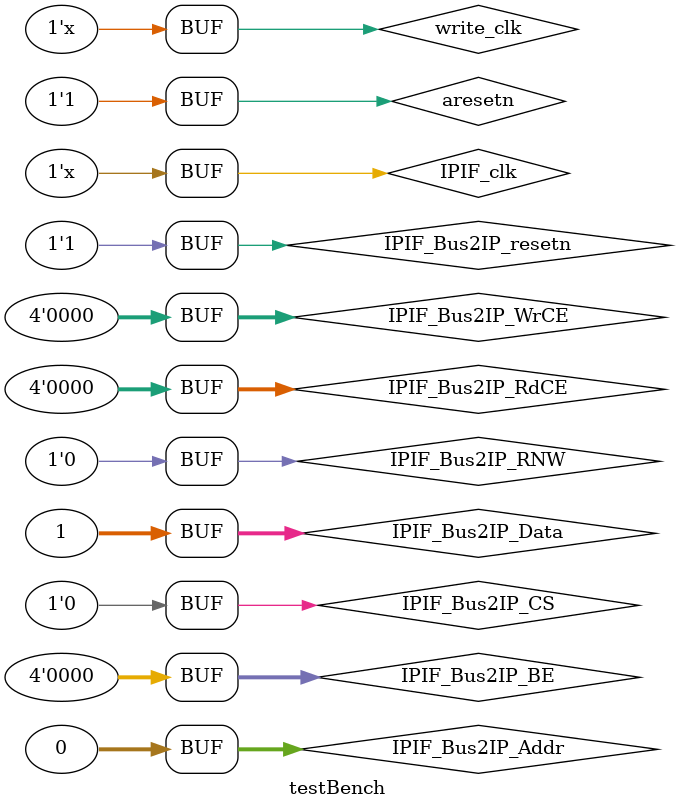
<source format=sv>
`timescale 1ns / 1ps


module testBench(

                 );
   
   logic cnv;
   logic scki;
   logic sdi;
   logic busy;
   logic scko;
   logic sdo;

   localparam integer C_S_AXI_ADDR_WIDTH = 32;
   localparam integer C_S_AXI_DATA_WIDTH = 32;
   localparam integer N_REG = 4;
   
   logic IPIF_clk = 0;
   logic IPIF_Bus2IP_resetn;
   logic [(C_S_AXI_ADDR_WIDTH-1) : 0] IPIF_Bus2IP_Addr; //unused
   logic                              IPIF_Bus2IP_RNW; //unused
   logic [((C_S_AXI_DATA_WIDTH/8)-1) : 0] IPIF_Bus2IP_BE; //unused
   logic [0 : 0]                          IPIF_Bus2IP_CS; //unused
   logic [N_REG-1 : 0]                    IPIF_Bus2IP_RdCE; 
   logic [N_REG-1 : 0]                    IPIF_Bus2IP_WrCE;
   logic [(C_S_AXI_DATA_WIDTH-1) : 0]     IPIF_Bus2IP_Data;
   logic [(C_S_AXI_DATA_WIDTH-1) : 0]     IPIF_IP2Bus_Data;
   logic                                  IPIF_IP2Bus_WrAck;
   logic                                  IPIF_IP2Bus_RdAck;
   logic                                  IPIF_IP2Bus_Error;


   logic write_clk = 0;
   logic aresetn = 1;

   always #10 write_clk <= ~write_clk;
   always #5  IPIF_clk <= ~IPIF_clk;

   LTC2333_write #(
                   .BUSY_SIGNAL( 0),
                   .BUSY_TIME(550), // ns
                   .CLOCK_PERIOD(20), // ns
                   .C_S_AXI_DATA_WIDTH(C_S_AXI_DATA_WIDTH),
                   .C_S_AXI_ADDR_WIDTH(C_S_AXI_ADDR_WIDTH),
                   .N_REG(N_REG)

                   ) ltc2333_write(
                     .clk(write_clk),
                     .aresetn(aresetn),
                     .IPIF_clk(IPIF_clk),
                     // settings
                     .IPIF_Bus2IP_resetn(IPIF_Bus2IP_resetn),
                     .IPIF_Bus2IP_Addr(IPIF_Bus2IP_Addr), //unused
                     .IPIF_Bus2IP_RNW(IPIF_Bus2IP_RNW), //unused
                     .IPIF_Bus2IP_BE(IPIF_Bus2IP_BE), //unused
                     .IPIF_Bus2IP_CS(IPIF_Bus2IP_CS), //unused
                     .IPIF_Bus2IP_RdCE(IPIF_Bus2IP_RdCE), 
                     .IPIF_Bus2IP_WrCE(IPIF_Bus2IP_WrCE),
                     .IPIF_Bus2IP_Data(IPIF_Bus2IP_Data),
                     .IPIF_IP2Bus_Data(IPIF_IP2Bus_Data),
                     .IPIF_IP2Bus_WrAck(IPIF_IP2Bus_WrAck),
                     .IPIF_IP2Bus_RdAck(IPIF_IP2Bus_RdAck),
                     .IPIF_IP2Bus_Error(IPIF_IP2Bus_Error),

                     // inputs
                     .busy(0),

                     // outputs
                     .cnv(cnv),
                     .scki(scki),
                     .sdi(sdi)
                     );

   LTC2333_digitalModel #(
                              .DATA(24'habcdef)
                              ) ltc2333_digitalInterface(
                            .cnv(cnv),
                            .scki(scki),
                            .sdi(sdi),
                            .busy(busy),
                            .scko(scko),
                            .sdo(sdo)
                            );
   
   initial
   begin
      aresetn <= 1;
      IPIF_Bus2IP_resetn <= 1;
      IPIF_Bus2IP_Addr <= 0; //unused
      IPIF_Bus2IP_RNW <= 0; //unused
      IPIF_Bus2IP_BE <= 0; //unused
      IPIF_Bus2IP_CS <= 0; //unused
      IPIF_Bus2IP_RdCE <= 0; 
      IPIF_Bus2IP_WrCE <= 0;
      IPIF_Bus2IP_Data <= 0;

      #10 aresetn <= 0;
      IPIF_Bus2IP_resetn <= 0;
      #100 aresetn <= 1;
      IPIF_Bus2IP_resetn <= 1;

      #100;
      IPIF_Bus2IP_RdCE <= 0; 
      IPIF_Bus2IP_WrCE <= 2;
      IPIF_Bus2IP_Data <= 32'h000001ff;
      #10 IPIF_Bus2IP_WrCE <= 0;

      #100;
      IPIF_Bus2IP_RdCE <= 0; 
      IPIF_Bus2IP_WrCE <= 8;
      IPIF_Bus2IP_Data <= 32'd5;
      #10 IPIF_Bus2IP_WrCE <= 0;

      #20000;
      IPIF_Bus2IP_RdCE <= 0; 
      IPIF_Bus2IP_WrCE <= 1;
      IPIF_Bus2IP_Data <= 32'h1;
      #10 IPIF_Bus2IP_WrCE <= 0;
      
   end
   
endmodule

</source>
